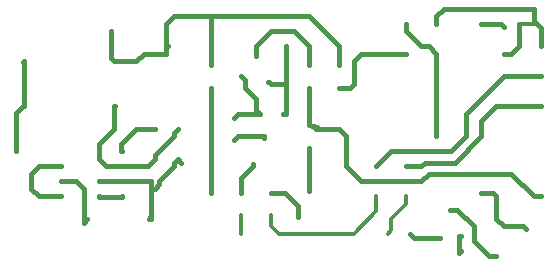
<source format=gbr>
G04 EAGLE Gerber RS-274X export*
G75*
%MOMM*%
%FSLAX34Y34*%
%LPD*%
%INTop Copper*%
%IPPOS*%
%AMOC8*
5,1,8,0,0,1.08239X$1,22.5*%
G01*
%ADD10C,0.406400*%
%ADD11C,0.304800*%


D10*
X44450Y88900D02*
X62900Y88900D01*
X44450Y88900D02*
X38100Y82550D01*
X38100Y69850D01*
X44450Y63500D01*
X62900Y63500D01*
X241300Y66650D02*
X252438Y66650D01*
X263525Y55563D01*
X263525Y46175D01*
X263550Y46150D01*
X215900Y66650D02*
X215900Y79375D01*
X225450Y88925D02*
X225450Y90600D01*
X225450Y88925D02*
X215900Y79375D01*
X142400Y69850D02*
X139700Y69850D01*
X161900Y95250D02*
X165100Y92050D01*
X114900Y76200D02*
X95250Y76200D01*
X158750Y88900D02*
X158750Y92100D01*
X161900Y95250D01*
X139700Y69850D02*
X139700Y46750D01*
X137400Y44450D01*
X139700Y69850D02*
X139700Y76200D01*
X114900Y76200D01*
X146050Y76200D02*
X158750Y88900D01*
X146050Y76200D02*
X146050Y73500D01*
X142400Y69850D01*
X139192Y44450D02*
X137400Y44450D01*
X138684Y43942D02*
X139192Y44450D01*
D11*
X215900Y47650D02*
X215900Y31750D01*
X330200Y50800D02*
X330200Y63500D01*
X330200Y50800D02*
X311150Y31750D01*
X247650Y31750D01*
X241300Y38100D01*
X241300Y47650D01*
D10*
X298450Y155600D02*
X308000Y155600D01*
X311150Y158750D01*
X311150Y177800D01*
X317500Y184150D01*
X355600Y184150D01*
X435610Y209550D02*
X438150Y207010D01*
X435610Y209550D02*
X419100Y209550D01*
X419100Y127000D02*
X419100Y114300D01*
X419100Y127000D02*
X431800Y139700D01*
X469900Y139700D01*
X368300Y88900D02*
X355600Y88900D01*
X368300Y88900D02*
X371475Y92075D01*
X396875Y92075D01*
X419100Y114300D01*
X342900Y101600D02*
X330200Y88900D01*
X342900Y101600D02*
X393700Y101600D01*
X406400Y114300D01*
X406400Y133350D01*
X438150Y165100D01*
X469900Y165100D01*
X273050Y155600D02*
X273050Y123800D01*
X279756Y121920D01*
X304800Y88900D02*
X317500Y76200D01*
X304800Y88900D02*
X304800Y114300D01*
X463550Y63500D02*
X469900Y63500D01*
X463550Y63500D02*
X444500Y82550D01*
D11*
X279400Y120650D02*
X273050Y123800D01*
D10*
X279400Y120650D02*
X298450Y120650D01*
X304800Y114300D01*
X374650Y82550D02*
X444500Y82550D01*
X374650Y82550D02*
X368300Y76200D01*
X317500Y76200D01*
X431800Y50750D02*
X431800Y44450D01*
X438150Y38100D01*
X454500Y38100D01*
X457200Y35400D01*
X431800Y50750D02*
X431800Y63500D01*
X428625Y66675D02*
X419100Y66675D01*
X428625Y66675D02*
X431800Y63500D01*
X273050Y68150D02*
X273050Y104800D01*
X273050Y174600D02*
X273050Y190500D01*
X260350Y203200D01*
X241300Y203200D01*
X228600Y190500D01*
X228600Y182450D01*
X234950Y114300D02*
X234950Y112600D01*
X234950Y114300D02*
X212700Y114300D01*
X209550Y111150D01*
X219100Y161900D02*
X215900Y165100D01*
X212750Y133350D02*
X231800Y133350D01*
X212750Y133350D02*
X209550Y130150D01*
X219100Y155550D02*
X219100Y160450D01*
X219100Y155550D02*
X228600Y146050D01*
X228600Y136550D01*
X231800Y133350D01*
X219100Y160450D02*
X219100Y161900D01*
D11*
X355600Y63500D02*
X355600Y57150D01*
X342900Y44450D01*
X342900Y34900D01*
X339750Y31750D01*
D10*
X142900Y120650D02*
X127000Y120650D01*
X114300Y107950D01*
X114300Y102200D01*
X114900Y101600D01*
X114900Y88900D02*
X136550Y88900D01*
X142900Y95250D01*
X142900Y98450D01*
X158750Y114300D01*
X158750Y117500D01*
X161900Y120650D01*
X114900Y88900D02*
X101600Y88900D01*
X95250Y95250D01*
X107950Y139700D02*
X108900Y139700D01*
X107950Y139700D02*
X107950Y120650D01*
X95250Y107950D01*
X95250Y95250D01*
X114900Y63500D02*
X114646Y63246D01*
X94996Y63246D01*
X190500Y66650D02*
X190500Y88900D01*
X190500Y155600D01*
X95250Y63500D02*
X94996Y63246D01*
X24800Y133700D02*
X30800Y139700D01*
X30800Y176800D02*
X31750Y177750D01*
X31750Y139700D02*
X30800Y139700D01*
X31750Y139700D02*
X31750Y177750D01*
X31800Y177800D01*
X25400Y101600D02*
X24800Y101600D01*
X25400Y101600D02*
X25400Y133100D01*
X24800Y133700D01*
X62900Y76200D02*
X76200Y76200D01*
X82550Y69850D01*
X82550Y40800D01*
X85250Y44450D01*
X105250Y180450D02*
X105250Y203200D01*
X105250Y180450D02*
X107900Y177800D01*
X152400Y189450D02*
X153958Y191008D01*
X190500Y190500D02*
X190500Y174600D01*
X298450Y174600D02*
X298450Y190500D01*
X273050Y215900D01*
X190500Y215900D02*
X158750Y215900D01*
X190500Y215900D02*
X273050Y215900D01*
X158750Y215900D02*
X152400Y209550D01*
X190500Y215900D02*
X190500Y190500D01*
X152400Y189450D02*
X152400Y209550D01*
X127000Y177800D02*
X107900Y177800D01*
X127000Y177800D02*
X133350Y184150D01*
X152400Y184150D01*
X152400Y189450D01*
X250800Y133350D02*
X254000Y133350D01*
X254000Y158750D01*
X239600Y160450D02*
X238100Y160450D01*
X239600Y160450D02*
X241300Y158750D01*
X254000Y158750D01*
X254000Y190500D01*
X381000Y209550D02*
X381000Y215900D01*
X387350Y222250D01*
X463550Y222250D01*
X463550Y212090D01*
X466090Y209550D01*
X469900Y205740D02*
X469900Y190500D01*
X469900Y205740D02*
X466090Y209550D01*
X384175Y28575D02*
X384200Y28550D01*
X384175Y28575D02*
X361925Y28575D01*
X358750Y31750D01*
X392112Y52276D02*
X398574Y52276D01*
X412750Y38100D01*
X412750Y25400D01*
X425450Y12700D01*
X431750Y12700D01*
X431800Y12750D01*
X355600Y203200D02*
X355600Y209550D01*
X381000Y184150D02*
X381000Y114300D01*
X381000Y184150D02*
X374650Y190500D01*
X368300Y190500D01*
X355600Y203200D01*
X401613Y17438D02*
X400050Y15875D01*
X400050Y30276D02*
X401612Y30276D01*
X400050Y30276D02*
X400050Y15875D01*
X438150Y184150D02*
X444500Y184150D01*
X450850Y190500D01*
X450850Y209550D01*
D11*
X463550Y209550D01*
M02*

</source>
